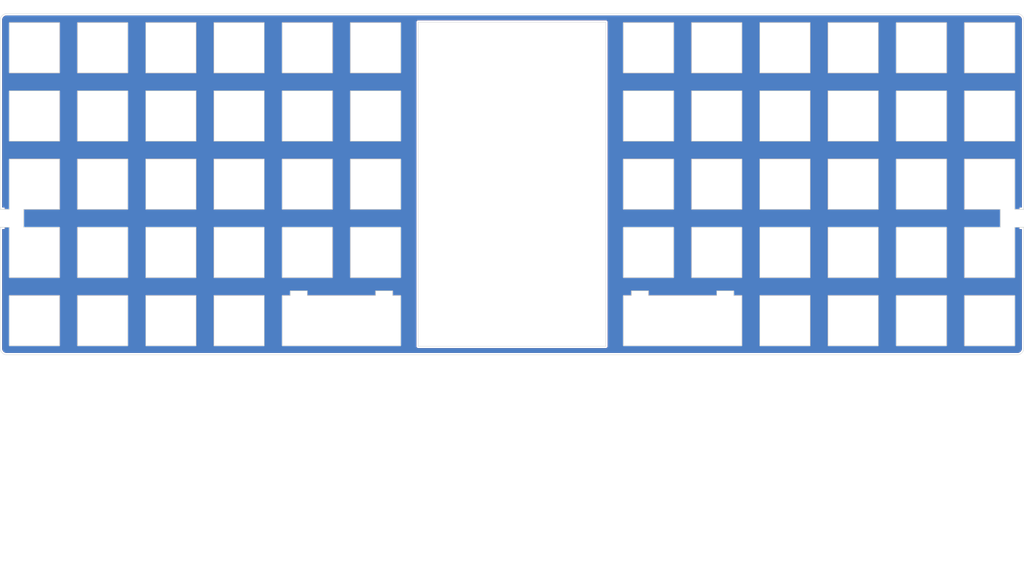
<source format=kicad_pcb>
(kicad_pcb (version 20211014) (generator pcbnew)
  (layers (0 "F.Cu" signal) (31 "B.Cu" signal) (34 "B.Paste" user) (35 "F.Paste" user) (36 "B.SilkS" user "B.Silkscreen") (37 "F.SilkS" user "F.Silkscreen") (38 "B.Mask" user) (39 "F.Mask" user) (44 "Edge.Cuts" user))
  (net 0 "")
  (gr_line (start 275.035702 99.417697) (end 275.034557 133.231058) (layer "Edge.Cuts") (width 0.1))
  (gr_line (start -8.929868 135.016997) (end 273.248618 135.016997) (layer "Edge.Cuts") (width 0.1))
  (gr_line (start 75.009265 117.157607) (end 75.00969 118.467715) (layer "Edge.Cuts") (width 0.15))
  (gr_line (start 98.821785 117.157607) (end 98.821785 118.467685) (layer "Edge.Cuts") (width 0.15))
  (gr_line (start 70.246761 118.467685) (end 70.246761 117.157607) (layer "Edge.Cuts") (width 0.15))
  (gr_line (start 94.05977 118.467685) (end 94.059281 117.157607) (layer "Edge.Cuts") (width 0.15))
  (gr_arc (start -10.715807 41.552856) (mid -10.192718 40.290006) (end -8.929868 39.766917) (layer "Edge.Cuts") (width 0.1))
  (gr_line (start -4.167364 94.416959) (end -4.167364 99.417605) (layer "Edge.Cuts") (width 0.15))
  (gr_line (start -8.215347 99.417605) (end -10.715842 99.417697) (layer "Edge.Cuts") (width 0.15))
  (gr_line (start 94.059281 117.157607) (end 98.821785 117.157607) (layer "Edge.Cuts") (width 0.15))
  (gr_line (start -8.215347 94.4169) (end -10.715842 94.417047) (layer "Edge.Cuts") (width 0.15))
  (gr_line (start 70.246761 117.157607) (end 75.009265 117.157607) (layer "Edge.Cuts") (width 0.15))
  (gr_arc (start -8.929868 135.016997) (mid -10.192718 134.493908) (end -10.715807 133.231058) (layer "Edge.Cuts") (width 0.1))
  (gr_line (start -10.715807 41.552856) (end -10.715842 94.417047) (layer "Edge.Cuts") (width 0.1))
  (gr_line (start -10.715842 99.417697) (end -10.715807 133.231058) (layer "Edge.Cuts") (width 0.1))
  (gr_line (start 158.35379 42.148332) (end 105.965625 42.148125) (layer "Edge.Cuts") (width 0.1))
  (gr_line (start 163.235137 113.467098) (end 163.235137 99.417723) (layer "Edge.Cuts") (width 0.15))
  (gr_line (start 62.984445 75.366997) (end 48.93507 75.366997) (layer "Edge.Cuts") (width 0.15))
  (gr_line (start 234.434929 94.416841) (end 220.385554 94.416841) (layer "Edge.Cuts") (width 0.15))
  (gr_line (start 101.084723 42.26766) (end 101.084723 56.317035) (layer "Edge.Cuts") (width 0.15))
  (gr_line (start 215.385026 118.46742) (end 215.385026 132.516795) (layer "Edge.Cuts") (width 0.15))
  (gr_line (start -8.215347 42.267365) (end 5.834028 42.267365) (layer "Edge.Cuts") (width 0.15))
  (gr_line (start 29.884695 132.516913) (end 29.884695 118.467538) (layer "Edge.Cuts") (width 0.15))
  (gr_line (start 5.834028 80.367525) (end 5.834028 94.4169) (layer "Edge.Cuts") (width 0.15))
  (gr_line (start 29.884695 118.467538) (end 43.93407 118.467538) (layer "Edge.Cuts") (width 0.15))
  (gr_line (start 101.084487 118.467715) (end 101.084487 132.51709) (layer "Edge.Cuts") (width 0.15))
  (gr_line (start 43.934306 80.367643) (end 43.934306 94.417018) (layer "Edge.Cuts") (width 0.15))
  (gr_line (start 67.985209 99.417841) (end 82.034584 99.417841) (layer "Edge.Cuts") (width 0.15))
  (gr_line (start 215.38479 56.31674) (end 201.335415 56.31674) (layer "Edge.Cuts") (width 0.15))
  (gr_line (start 182.285276 56.316799) (end 182.285276 42.267424) (layer "Edge.Cuts") (width 0.15))
  (gr_line (start 101.084487 132.51709) (end 67.984973 132.517031) (layer "Edge.Cuts") (width 0.15))
  (gr_line (start 177.284512 56.316858) (end 163.235137 56.316858) (layer "Edge.Cuts") (width 0.15))
  (gr_line (start 215.38479 42.267365) (end 215.38479 56.31674) (layer "Edge.Cuts") (width 0.15))
  (gr_line (start 67.985209 42.267601) (end 82.034584 42.267601) (layer "Edge.Cuts") (width 0.15))
  (gr_line (start 234.434929 113.466921) (end 220.385554 113.466921) (layer "Edge.Cuts") (width 0.15))
  (gr_line (start 258.485832 94.416723) (end 258.485832 80.367348) (layer "Edge.Cuts") (width 0.15))
  (gr_line (start 29.884931 80.367643) (end 43.934306 80.367643) (layer "Edge.Cuts") (width 0.15))
  (gr_line (start 163.235137 75.366938) (end 163.235137 61.317563) (layer "Edge.Cuts") (width 0.15))
  (gr_line (start 272.535443 132.516618) (end 258.486068 132.516618) (layer "Edge.Cuts") (width 0.15))
  (gr_line (start 24.884167 99.417664) (end 24.884167 113.467039) (layer "Edge.Cuts") (width 0.15))
  (gr_line (start 43.934306 75.366938) (end 29.884931 75.366938) (layer "Edge.Cuts") (width 0.15))
  (gr_line (start 272.535207 56.316563) (end 258.485832 56.316563) (layer "Edge.Cuts") (width 0.15))
  (gr_line (start 43.934306 99.417723) (end 43.934306 113.467098) (layer "Edge.Cuts") (width 0.15))
  (gr_line (start 220.38579 118.467361) (end 234.435165 118.467361) (layer "Edge.Cuts") (width 0.15))
  (gr_line (start 268.487224 99.417428) (end 268.487224 94.416782) (layer "Edge.Cuts") (width 0.15))
  (gr_line (start 239.435929 132.516677) (end 239.435929 118.467302) (layer "Edge.Cuts") (width 0.15))
  (gr_line (start 43.934306 42.267483) (end 43.934306 56.316858) (layer "Edge.Cuts") (width 0.15))
  (gr_line (start -8.215583 118.46742) (end 5.833792 118.46742) (layer "Edge.Cuts") (width 0.15))
  (gr_line (start 215.38479 99.417605) (end 215.38479 113.46698) (layer "Edge.Cuts") (width 0.15))
  (gr_line (start 48.93507 61.317622) (end 62.984445 61.317622) (layer "Edge.Cuts") (width 0.15))
  (gr_line (start 182.285276 42.267424) (end 196.334651 42.267424) (layer "Edge.Cuts") (width 0.15))
  (gr_line (start 43.934306 94.417018) (end 29.884931 94.417018) (layer "Edge.Cuts") (width 0.15))
  (gr_line (start 48.93507 80.367702) (end 62.984445 80.367702) (layer "Edge.Cuts") (width 0.15))
  (gr_line (start 201.335415 113.46698) (end 201.335415 99.417605) (layer "Edge.Cuts") (width 0.15))
  (gr_line (start 163.235137 42.267483) (end 177.284512 42.267483) (layer "Edge.Cuts") (width 0.15))
  (gr_line (start 234.434929 56.316681) (end 220.385554 56.316681) (layer "Edge.Cuts") (width 0.15))
  (gr_line (start 177.284512 94.417018) (end 163.235137 94.417018) (layer "Edge.Cuts") (width 0.15))
  (gr_line (start 239.435693 42.267247) (end 253.485068 42.267247) (layer "Edge.Cuts") (width 0.15))
  (gr_line (start 234.434929 61.317386) (end 234.434929 75.366761) (layer "Edge.Cuts") (width 0.15))
  (gr_line (start 101.084723 113.467275) (end 87.035348 113.467275) (layer "Edge.Cuts") (width 0.15))
  (gr_line (start 48.934834 132.516972) (end 48.934834 118.467597) (layer "Edge.Cuts") (width 0.15))
  (gr_line (start 234.435165 118.467361) (end 234.435165 132.516736) (layer "Edge.Cuts") (width 0.15))
  (gr_line (start 101.084723 94.417195) (end 87.035348 94.417195) (layer "Edge.Cuts") (width 0.15))
  (gr_line (start 82.034584 56.316976) (end 67.985209 56.316976) (layer "Edge.Cuts") (width 0.15))
  (gr_line (start -8.215347 56.31674) (end -8.215347 42.267365) (layer "Edge.Cuts") (width 0.15))
  (gr_line (start 29.884931 94.417018) (end 29.884931 80.367643) (layer "Edge.Cuts") (width 0.15))
  (gr_line (start 62.984445 99.417782) (end 62.984445 113.467157) (layer "Edge.Cuts") (width 0.15))
  (gr_line (start 196.334651 61.317504) (end 196.334651 75.366879) (layer "Edge.Cuts") (width 0.15))
  (gr_line (start 87.035348 94.417195) (end 87.035348 80.36782) (layer "Edge.Cuts") (width 0.15))
  (gr_line (start 215.38479 113.46698) (end 201.335415 113.46698) (layer "Edge.Cuts") (width 0.15))
  (gr_line (start 5.834028 56.31674) (end -8.215347 56.31674) (layer "Edge.Cuts") (width 0.15))
  (gr_line (start 101.084723 80.36782) (end 101.084723 94.417195) (layer "Edge.Cuts") (width 0.15))
  (gr_line (start 29.884931 61.317563) (end 43.934306 61.317563) (layer "Edge.Cuts") (width 0.15))
  (gr_line (start 10.834792 61.317504) (end 24.884167 61.317504) (layer "Edge.Cuts") (width 0.15))
  (gr_line (start 258.485832 80.367348) (end 272.535207 80.367348) (layer "Edge.Cuts") (width 0.15))
  (gr_line (start 48.93507 42.267542) (end 62.984445 42.267542) (layer "Edge.Cuts") (width 0.15))
  (gr_line (start 272.535443 118.467243) (end 272.535443 132.516618) (layer "Edge.Cuts") (width 0.15))
  (gr_line (start 48.93507 113.467157) (end 48.93507 99.417782) (layer "Edge.Cuts") (width 0.15))
  (gr_line (start 101.084723 61.31774) (end 101.084723 75.367115) (layer "Edge.Cuts") (width 0.15))
  (gr_line (start 43.934306 56.316858) (end 29.884931 56.316858) (layer "Edge.Cuts") (width 0.15))
  (gr_line (start 67.985209 75.367056) (end 67.985209 61.317681) (layer "Edge.Cuts") (width 0.15))
  (gr_line (start 196.334651 80.367584) (end 196.334651 94.416959) (layer "Edge.Cuts") (width 0.15))
  (gr_arc (start 273.248618 39.766917) (mid 274.511468 40.290006) (end 275.034557 41.552856) (layer "Edge.Cuts") (width 0.1))
  (gr_line (start 194.073099 117.15743) (end 194.073099 118.467508) (layer "Edge.Cuts") (width 0.15))
  (gr_line (start 253.485304 118.467302) (end 253.485304 132.516677) (layer "Edge.Cuts") (width 0.15))
  (gr_line (start 87.035348 42.26766) (end 101.084723 42.26766) (layer "Edge.Cuts") (width 0.15))
  (gr_line (start 82.034584 61.317681) (end 82.034584 75.367056) (layer "Edge.Cuts") (width 0.15))
  (gr_line (start -8.215583 132.516795) (end -8.215583 118.46742) (layer "Edge.Cuts") (width 0.15))
  (gr_line (start 48.93507 94.417077) (end 48.93507 80.367702) (layer "Edge.Cuts") (width 0.15))
  (gr_line (start 253.485068 56.316622) (end 239.435693 56.316622) (layer "Edge.Cuts") (width 0.15))
  (gr_line (start 258.485832 56.316563) (end 258.485832 42.267188) (layer "Edge.Cuts") (width 0.15))
  (gr_line (start 101.084458 118.467685) (end 98.821785 118.467685) (layer "Edge.Cuts") (width 0.15))
  (gr_line (start 10.834792 75.366879) (end 10.834792 61.317504) (layer "Edge.Cuts") (width 0.15))
  (gr_line (start 220.385554 56.316681) (end 220.385554 42.267306) (layer "Edge.Cuts") (width 0.15))
  (gr_line (start 29.884931 99.417723) (end 43.934306 99.417723) (layer "Edge.Cuts") (width 0.15))
  (gr_line (start 82.034584 42.267601) (end 82.034584 56.316976) (layer "Edge.Cuts") (width 0.15))
  (gr_line (start 220.385554 113.466921) (end 220.385554 99.417546) (layer "Edge.Cuts") (width 0.15))
  (gr_line (start 258.486068 132.516618) (end 258.486068 118.467243) (layer "Edge.Cuts") (width 0.15))
  (gr_line (start 163.235137 94.417018) (end 163.235137 80.367643) (layer "Edge.Cuts") (width 0.15))
  (gr_line (start 253.485068 99.417487) (end 253.485068 113.466862) (layer "Edge.Cuts") (width 0.15))
  (gr_line (start 253.485068 94.416782) (end 239.435693 94.416782) (layer "Edge.Cuts") (width 0.15))
  (gr_line (start 239.435693 61.317327) (end 253.485068 61.317327) (layer "Edge.Cuts") (width 0.15))
  (gr_line (start 196.334651 94.416959) (end 182.285276 94.416959) (layer "Edge.Cuts") (width 0.15))
  (gr_line (start 62.984209 132.516972) (end 48.934834 132.516972) (layer "Edge.Cuts") (width 0.15))
  (gr_line (start 272.535207 61.317268) (end 272.535207 75.366643) (layer "Edge.Cuts") (width 0.15))
  (gr_line (start 201.335415 94.4169) (end 201.335415 80.367525) (layer "Edge.Cuts") (width 0.15))
  (gr_line (start 43.934306 61.317563) (end 43.934306 75.366938) (layer "Edge.Cuts") (width 0.15))
  (gr_line (start 220.385554 80.367466) (end 234.434929 80.367466) (layer "Edge.Cuts") (width 0.15))
  (gr_line (start 239.435693 94.416782) (end 239.435693 80.367407) (layer "Edge.Cuts") (width 0.15))
  (gr_line (start 62.984445 42.267542) (end 62.984445 56.316917) (layer "Edge.Cuts") (width 0.15))
  (gr_line (start 196.334651 42.267424) (end 196.334651 56.316799) (layer "Edge.Cuts") (width 0.15))
  (gr_line (start 196.334651 99.417664) (end 196.334651 113.467039) (layer "Edge.Cuts") (width 0.15))
  (gr_line (start 10.834792 42.267424) (end 24.884167 42.267424) (layer "Edge.Cuts") (width 0.15))
  (gr_line (start 272.535207 80.367348) (end 272.535207 94.416723) (layer "Edge.Cuts") (width 0.15))
  (gr_line (start 87.035348 75.367115) (end 87.035348 61.31774) (layer "Edge.Cuts") (width 0.15))
  (gr_line (start 163.235137 80.367643) (end 177.284512 80.367643) (layer "Edge.Cuts") (width 0.15))
  (gr_line (start 105.965625 42.148125) (end 105.965625 132.635625) (layer "Edge.Cuts") (width 0.1))
  (gr_line (start 234.435165 132.516736) (end 220.38579 132.516736) (layer "Edge.Cuts") (width 0.15))
  (gr_line (start -8.215347 75.36682) (end -8.215347 61.317445) (layer "Edge.Cuts") (width 0.15))
  (gr_line (start 67.985209 80.367761) (end 82.034584 80.367761) (layer "Edge.Cuts") (width 0.15))
  (gr_line (start 48.93507 56.316917) (end 48.93507 42.267542) (layer "Edge.Cuts") (width 0.15))
  (gr_line (start 201.335415 56.31674) (end 201.335415 42.267365) (layer "Edge.Cuts") (width 0.15))
  (gr_line (start 258.486068 118.467243) (end 272.535443 118.467243) (layer "Edge.Cuts") (width 0.15))
  (gr_line (start 215.38479 75.36682) (end 201.335415 75.36682) (layer "Edge.Cuts") (width 0.15))
  (gr_line (start 87.035348 99.4179) (end 101.084723 99.4179) (layer "Edge.Cuts") (width 0.15))
  (gr_line (start 194.073099 118.467508) (end 196.334887 118.467479) (layer "Edge.Cuts") (width 0.15))
  (gr_line (start -4.167364 99.417605) (end 5.834028 99.417605) (layer "Edge.Cuts") (width 0.15))
  (gr_line (start 201.335651 118.46742) (end 215.385026 118.46742) (layer "Edge.Cuts") (width 0.15))
  (gr_line (start 201.335415 61.317445) (end 215.38479 61.317445) (layer "Edge.Cuts") (width 0.15))
  (gr_line (start 87.035348 113.467275) (end 87.035348 99.4179) (layer "Edge.Cuts") (width 0.15))
  (gr_line (start 220.385554 61.317386) (end 234.434929 61.317386) (layer "Edge.Cuts") (width 0.15))
  (gr_line (start 101.084723 56.317035) (end 87.035348 56.317035) (layer "Edge.Cuts") (width 0.15))
  (gr_line (start 48.93507 99.417782) (end 62.984445 99.417782) (layer "Edge.Cuts") (width 0.15))
  (gr_line (start 177.284512 75.366938) (end 163.235137 75.366938) (layer "Edge.Cuts") (width 0.15))
  (gr_line (start 220.385554 99.417546) (end 234.434929 99.417546) (layer "Edge.Cuts") (width 0.15))
  (gr_line (start 10.834556 118.467479) (end 24.883931 118.467479) (layer "Edge.Cuts") (width 0.15))
  (gr_line (start 10.834556 132.516854) (end 10.834556 118.467479) (layer "Edge.Cuts") (width 0.15))
  (gr_line (start 48.934834 118.467597) (end 62.984209 118.467597) (layer "Edge.Cuts") (width 0.15))
  (gr_line (start 182.285276 75.366879) (end 182.285276 61.317504) (layer "Edge.Cuts") (width 0.15))
  (gr_line (start 82.034584 75.367056) (end 67.985209 75.367056) (layer "Edge.Cuts") (width 0.15))
  (gr_line (start 268.487224 94.416782) (end 258.485832 94.416723) (layer "Edge.Cuts") (width 0.15))
  (gr_line (start 239.435693 99.417487) (end 253.485068 99.417487) (layer "Edge.Cuts") (width 0.15))
  (gr_line (start 29.884931 56.316858) (end 29.884931 42.267483) (layer "Edge.Cuts") (width 0.15))
  (gr_line (start 87.035348 61.31774) (end 101.084723 61.31774) (layer "Edge.Cuts") (width 0.15))
  (gr_line (start 177.284512 61.317563) (end 177.284512 75.366938) (layer "Edge.Cuts") (width 0.15))
  (gr_line (start 43.93407 118.467538) (end 43.93407 132.516913) (layer "Edge.Cuts") (width 0.15))
  (gr_line (start 201.335415 99.417605) (end 215.38479 99.417605) (layer "Edge.Cuts") (width 0.15))
  (gr_line (start 258.485832 99.417428) (end 268.487224 99.417428) (layer "Edge.Cuts") (width 0.15))
  (gr_line (start 5.834028 113.46698) (end -8.215347 113.46698) (layer "Edge.Cuts") (width 0.15))
  (gr_line (start 220.385554 94.416841) (end 220.385554 80.367466) (layer "Edge.Cuts") (width 0.15))
  (gr_line (start 182.285276 94.416959) (end 182.285276 80.367584) (layer "Edge.Cuts") (width 0.15))
  (gr_line (start 165.498075 118.467508) (end 165.498075 117.15743) (layer "Edge.Cuts") (width 0.15))
  (gr_line (start 253.485068 75.366702) (end 239.435693 75.366702) (layer "Edge.Cuts") (width 0.15))
  (gr_line (start 258.485832 75.366643) (end 258.485832 61.317268) (layer "Edge.Cuts") (width 0.15))
  (gr_line (start 201.335415 75.36682) (end 201.335415 61.317445) (layer "Edge.Cuts") (width 0.15))
  (gr_line (start 253.485068 113.466862) (end 239.435693 113.466862) (layer "Edge.Cuts") (width 0.15))
  (gr_line (start 220.385554 42.267306) (end 234.434929 42.267306) (layer "Edge.Cuts") (width 0.15))
  (gr_line (start -8.215347 61.317445) (end 5.834028 61.317445) (layer "Edge.Cuts") (width 0.15))
  (gr_line (start 62.984445 61.317622) (end 62.984445 75.366997) (layer "Edge.Cuts") (width 0.15))
  (gr_line (start 177.284512 42.267483) (end 177.284512 56.316858) (layer "Edge.Cuts") (width 0.15))
  (gr_line (start 43.934306 113.467098) (end 29.884931 113.467098) (layer "Edge.Cuts") (width 0.15))
  (gr_line (start 62.984445 56.316917) (end 48.93507 56.316917) (layer "Edge.Cuts") (width 0.15))
  (gr_line (start 272.535207 99.417428) (end 272.535207 113.466803) (layer "Edge.Cuts") (width 0.15))
  (gr_line (start 105.965625 132.635625) (end 158.35379 132.635832) (layer "Edge.Cuts") (width 0.1))
  (gr_line (start 62.984445 94.417077) (end 48.93507 94.417077) (layer "Edge.Cuts") (width 0.15))
  (gr_line (start 101.084723 99.4179) (end 101.084723 113.467275) (layer "Edge.Cuts") (width 0.15))
  (gr_line (start 87.035348 80.36782) (end 101.084723 80.36782) (layer "Edge.Cuts") (width 0.15))
  (gr_line (start 10.834792 94.416959) (end 10.834792 80.367584) (layer "Edge.Cuts") (width 0.15))
  (gr_line (start 220.38579 132.516736) (end 220.38579 118.467361) (layer "Edge.Cuts") (width 0.15))
  (gr_line (start 24.884167 94.416959) (end 10.834792 94.416959) (layer "Edge.Cuts") (width 0.15))
  (gr_line (start 272.535207 42.267188) (end 272.535207 56.316563) (layer "Edge.Cuts") (width 0.15))
  (gr_line (start 10.834792 113.467039) (end 10.834792 99.417664) (layer "Edge.Cuts") (width 0.15))
  (gr_line (start 24.884167 42.267424) (end 24.884167 56.316799) (layer "Edge.Cuts") (width 0.15))
  (gr_line (start 62.984445 80.367702) (end 62.984445 94.417077) (layer "Edge.Cuts") (width 0.15))
  (gr_line (start 258.485832 61.317268) (end 272.535207 61.317268) (layer "Edge.Cuts") (width 0.15))
  (gr_line (start 67.985209 56.316976) (end 67.985209 42.267601) (layer "Edge.Cuts") (width 0.15))
  (gr_line (start 163.235137 61.317563) (end 177.284512 61.317563) (layer "Edge.Cuts") (width 0.15))
  (gr_line (start 75.00969 118.467715) (end 94.05977 118.467685) (layer "Edge.Cuts") (width 0.15))
  (gr_line (start 67.984973 118.467656) (end 70.246761 118.467685) (layer "Edge.Cuts") (width 0.15))
  (gr_line (start 165.498075 117.15743) (end 170.260579 117.15743) (layer "Edge.Cuts") (width 0.15))
  (gr_line (start 163.235373 132.516913) (end 163.235373 118.467538) (layer "Edge.Cuts") (width 0.15))
  (gr_line (start 273.248618 39.766917) (end -8.929868 39.766917) (layer "Edge.Cuts") (width 0.1))
  (gr_line (start 67.984973 132.517031) (end 67.984973 118.467656) (layer "Edge.Cuts") (width 0.15))
  (gr_line (start 275.034557 41.552856) (end 275.034557 94.417047) (layer "Edge.Cuts") (width 0.1))
  (gr_line (start 5.834028 42.267365) (end 5.834028 56.31674) (layer "Edge.Cuts") (width 0.15))
  (gr_line (start 29.884931 42.267483) (end 43.934306 42.267483) (layer "Edge.Cuts") (width 0.15))
  (gr_line (start 24.883931 132.516854) (end 10.834556 132.516854) (layer "Edge.Cuts") (width 0.15))
  (gr_line (start 196.334651 75.366879) (end 182.285276 75.366879) (layer "Edge.Cuts") (width 0.15))
  (gr_line (start 82.034584 94.417136) (end 67.985209 94.417136) (layer "Edge.Cuts") (width 0.15))
  (gr_line (start 5.834028 94.4169) (end -4.167364 94.416959) (layer "Edge.Cuts") (width 0.15))
  (gr_line (start -8.215347 113.46698) (end -8.215347 99.417605) (layer "Edge.Cuts") (width 0.15))
  (gr_line (start 87.035348 56.317035) (end 87.035348 42.26766) (layer "Edge.Cuts") (width 0.15))
  (gr_line (start 10.834792 80.367584) (end 24.884167 80.367584) (layer "Edge.Cuts") (width 0.15))
  (gr_line (start 258.485832 42.267188) (end 272.535207 42.267188) (layer "Edge.Cuts") (width 0.15))
  (gr_line (start 182.285276 80.367584) (end 196.334651 80.367584) (layer "Edge.Cuts") (width 0.15))
  (gr_line (start 196.334887 118.467479) (end 196.334887 132.516854) (layer "Edge.Cuts") (width 0.15))
  (gr_line (start 177.284512 80.367643) (end 177.284512 94.417018) (layer "Edge.Cuts") (width 0.15))
  (gr_line (start 215.38479 61.317445) (end 215.38479 75.36682) (layer "Edge.Cuts") (width 0.15))
  (gr_line (start 272.535207 113.466803) (end 258.485832 113.466803) (layer "Edge.Cuts") (width 0.15))
  (gr_line (start 24.884167 113.467039) (end 10.834792 113.467039) (layer "Edge.Cuts") (width 0.15))
  (gr_line (start 215.385026 132.516795) (end 201.335651 132.516795) (layer "Edge.Cuts") (width 0.15))
  (gr_line (start 215.38479 80.367525) (end 215.38479 94.4169) (layer "Edge.Cuts") (width 0.15))
  (gr_line (start 253.485068 61.317327) (end 253.485068 75.366702) (layer "Edge.Cuts") (width 0.15))
  (gr_line (start 29.884931 113.467098) (end 29.884931 99.417723) (layer "Edge.Cuts") (width 0.15))
  (gr_line (start 189.310595 117.15743) (end 194.073099 117.15743) (layer "Edge.Cuts") (width 0.15))
  (gr_line (start 196.334651 113.467039) (end 182.285276 113.467039) (layer "Edge.Cuts") (width 0.15))
  (gr_line (start 234.434929 80.367466) (end 234.434929 94.416841) (layer "Edge.Cuts") (width 0.15))
  (gr_line (start 67.985209 61.317681) (end 82.034584 61.317681) (layer "Edge.Cuts") (width 0.15))
  (gr_line (start 272.535207 99.417428) (end 275.035702 99.417697) (layer "Edge.Cuts") (width 0.15))
  (gr_line (start 239.435693 113.466862) (end 239.435693 99.417487) (layer "Edge.Cuts") (width 0.15))
  (gr_line (start 5.833792 132.516795) (end -8.215583 132.516795) (layer "Edge.Cuts") (width 0.15))
  (gr_line (start 82.034584 113.467216) (end 67.985209 113.467216) (layer "Edge.Cuts") (width 0.15))
  (gr_line (start 182.285276 113.467039) (end 182.285276 99.417664) (layer "Edge.Cuts") (width 0.15))
  (gr_line (start 258.485832 113.466803) (end 258.485832 99.417428) (layer "Edge.Cuts") (width 0.15))
  (gr_line (start 239.435929 118.467302) (end 253.485304 118.467302) (layer "Edge.Cuts") (width 0.15))
  (gr_line (start 5.834028 99.417605) (end 5.834028 113.46698) (layer "Edge.Cuts") (width 0.15))
  (gr_line (start 101.084723 75.367115) (end 87.035348 75.367115) (layer "Edge.Cuts") (width 0.15))
  (gr_line (start 82.034584 80.367761) (end 82.034584 94.417136) (layer "Edge.Cuts") (width 0.15))
  (gr_line (start 48.93507 75.366997) (end 48.93507 61.317622) (layer "Edge.Cuts") (width 0.15))
  (gr_line (start 177.284512 113.467098) (end 163.235137 113.467098) (layer "Edge.Cuts") (width 0.15))
  (gr_arc (start 275.034557 133.231058) (mid 274.511468 134.493908) (end 273.248618 135.016997) (layer "Edge.Cuts") (width 0.1))
  (gr_line (start 24.883931 118.467479) (end 24.883931 132.516854) (layer "Edge.Cuts") (width 0.15))
  (gr_line (start 272.535207 94.416723) (end 275.034557 94.417047) (layer "Edge.Cuts") (width 0.15))
  (gr_line (start 5.834028 75.36682) (end -8.215347 75.36682) (layer "Edge.Cuts") (width 0.15))
  (gr_line (start 67.985209 113.467216) (end 67.985209 99.417841) (layer "Edge.Cuts") (width 0.15))
  (gr_line (start 201.335651 132.516795) (end 201.335651 118.46742) (layer "Edge.Cuts") (width 0.15))
  (gr_line (start 234.434929 99.417546) (end 234.434929 113.466921) (layer "Edge.Cuts") (width 0.15))
  (gr_line (start 253.485068 80.367407) (end 253.485068 94.416782) (layer "Edge.Cuts") (width 0.15))
  (gr_line (start 163.235137 99.417723) (end 177.284512 99.417723) (layer "Edge.Cuts") (width 0.15))
  (gr_line (start 24.884167 80.367584) (end 24.884167 94.416959) (layer "Edge.Cuts") (width 0.15))
  (gr_line (start 43.93407 132.516913) (end 29.884695 132.516913) (layer "Edge.Cuts") (width 0.15))
  (gr_line (start 163.235137 56.316858) (end 163.235137 42.267483) (layer "Edge.Cuts") (width 0.15))
  (gr_line (start 170.26009 118.467508) (end 189.31017 118.467538) (layer "Edge.Cuts") (width 0.15))
  (gr_line (start 234.434929 75.366761) (end 220.385554 75.366761) (layer "Edge.Cuts") (width 0.15))
  (gr_line (start 10.834792 99.417664) (end 24.884167 99.417664) (layer "Edge.Cuts") (width 0.15))
  (gr_line (start 24.884167 56.316799) (end 10.834792 56.316799) (layer "Edge.Cuts") (width 0.15))
  (gr_line (start 24.884167 61.317504) (end 24.884167 75.366879) (layer "Edge.Cuts") (width 0.15))
  (gr_line (start 10.834792 56.316799) (end 10.834792 42.267424) (layer "Edge.Cuts") (width 0.15))
  (gr_line (start 29.884931 75.366938) (end 29.884931 61.317563) (layer "Edge.Cuts") (width 0.15))
  (gr_line (start 201.335415 80.367525) (end 215.38479 80.367525) (layer "Edge.Cuts") (width 0.15))
  (gr_line (start 215.38479 94.4169) (end 201.335415 94.4169) (layer "Edge.Cuts") (width 0.15))
  (gr_line (start 67.985209 94.417136) (end 67.985209 80.367761) (layer "Edge.Cuts") (width 0.15))
  (gr_line (start 239.435693 80.367407) (end 253.485068 80.367407) (layer "Edge.Cuts") (width 0.15))
  (gr_line (start -8.215347 94.4169) (end -8.215347 80.367525) (layer "Edge.Cuts") (width 0.15))
  (gr_line (start 272.535207 75.366643) (end 258.485832 75.366643) (layer "Edge.Cuts") (width 0.15))
  (gr_line (start 165.498075 118.467508) (end 163.235402 118.467508) (layer "Edge.Cuts") (width 0.15))
  (gr_line (start 182.285276 61.317504) (end 196.334651 61.317504) (layer "Edge.Cuts") (width 0.15))
  (gr_line (start 189.31017 118.467538) (end 189.310595 117.15743) (layer "Edge.Cuts") (width 0.15))
  (gr_line (start 170.260579 117.15743) (end 170.26009 118.467508) (layer "Edge.Cuts") (width 0.15))
  (gr_line (start 201.335415 42.267365) (end 215.38479 42.267365) (layer "Edge.Cuts") (width 0.15))
  (gr_line (start 234.434929 42.267306) (end 234.434929 56.316681) (layer "Edge.Cuts") (width 0.15))
  (gr_line (start 253.485304 132.516677) (end 239.435929 132.516677) (layer "Edge.Cuts") (width 0.15))
  (gr_line (start 177.284512 99.417723) (end 177.284512 113.467098) (layer "Edge.Cuts") (width 0.15))
  (gr_line (start 62.984445 113.467157) (end 48.93507 113.467157) (layer "Edge.Cuts") (width 0.15))
  (gr_line (start 196.334887 132.516854) (end 163.235373 132.516913) (layer "Edge.Cuts") (width 0.15))
  (gr_line (start 82.034584 99.417841) (end 82.034584 113.467216) (layer "Edge.Cuts") (width 0.15))
  (gr_line (start 5.834028 61.317445) (end 5.834028 75.36682) (layer "Edge.Cuts") (width 0.15))
  (gr_line (start 253.485068 42.267247) (end 253.485068 56.316622) (layer "Edge.Cuts") (width 0.15))
  (gr_line (start 158.35379 42.148332) (end 158.35379 132.635832) (layer "Edge.Cuts") (width 0.1))
  (gr_line (start 239.435693 75.366702) (end 239.435693 61.317327) (layer "Edge.Cuts") (width 0.15))
  (gr_line (start -8.215347 80.367525) (end 5.834028 80.367525) (layer "Edge.Cuts") (width 0.15))
  (gr_line (start 5.833792 118.46742) (end 5.833792 132.516795) (layer "Edge.Cuts") (width 0.15))
  (gr_line (start 196.334651 56.316799) (end 182.285276 56.316799) (layer "Edge.Cuts") (width 0.15))
  (gr_line (start 62.984209 118.467597) (end 62.984209 132.516972) (layer "Edge.Cuts") (width 0.15))
  (gr_line (start 220.385554 75.366761) (end 220.385554 61.317386) (layer "Edge.Cuts") (width 0.15))
  (gr_line (start 239.435693 56.316622) (end 239.435693 42.267247) (layer "Edge.Cuts") (width 0.15))
  (gr_line (start 182.285276 99.417664) (end 196.334651 99.417664) (layer "Edge.Cuts") (width 0.15))
  (gr_line (start 24.884167 75.366879) (end 10.834792 75.366879) (layer "Edge.Cuts") (width 0.15))
  (zone (net 0) (net_name "") (layers F&B.Cu) (connect_pads (clearance 0)) (min_thickness 0.254) (fill yes (thermal_gap 0.508) (thermal_bridge_width 0.508))
    (polygon (pts (xy 102.399984 133.799978) (xy -9.498746 133.801366) (xy -9.398734 41.001366) (xy 102.399996 40.999978)))
  )
  (zone (net 0) (net_name "") (layers F&B.Cu) (connect_pads (clearance 0.508)) (min_thickness 0.254) (fill yes (thermal_gap 0.508) (thermal_bridge_width 0.508))
    (polygon (pts (xy 275 135) (xy -10.8 135) (xy -10.7 39.7) (xy 275 39.7)))
  )
  (zone (net 0) (net_name "") (layers F&B.Cu) (connect_pads (clearance 0)) (min_thickness 0.254) (fill yes (thermal_gap 0.508) (thermal_bridge_width 0.508))
    (polygon (pts (xy 273.799934 133.799313) (xy 161.901204 133.800701) (xy 162.001216 41.000701) (xy 273.799946 40.999313)))
  )
)
</source>
